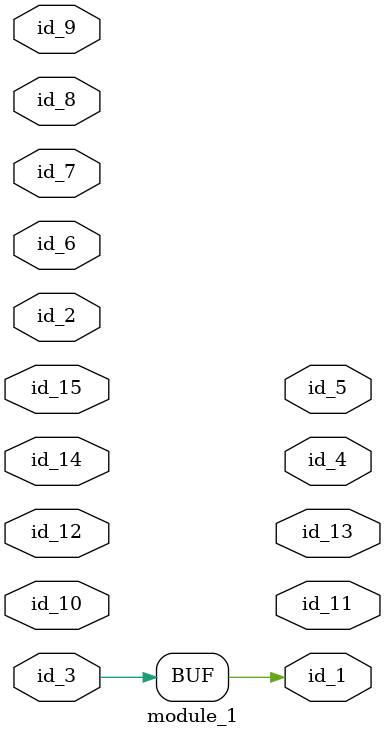
<source format=v>
module module_0;
  wire id_2;
endmodule
module module_1 (
    id_1,
    id_2,
    id_3,
    id_4,
    id_5,
    id_6,
    id_7,
    id_8,
    id_9,
    id_10,
    id_11,
    id_12,
    id_13,
    id_14,
    id_15
);
  input wire id_15;
  inout wire id_14;
  output wire id_13;
  inout wire id_12;
  output wire id_11;
  inout wire id_10;
  input wire id_9;
  input wire id_8;
  input wire id_7;
  inout wire id_6;
  output wire id_5;
  output wire id_4;
  inout wire id_3;
  inout wire id_2;
  output wire id_1;
  assign id_1 = id_3;
  module_0 modCall_1 ();
endmodule

</source>
